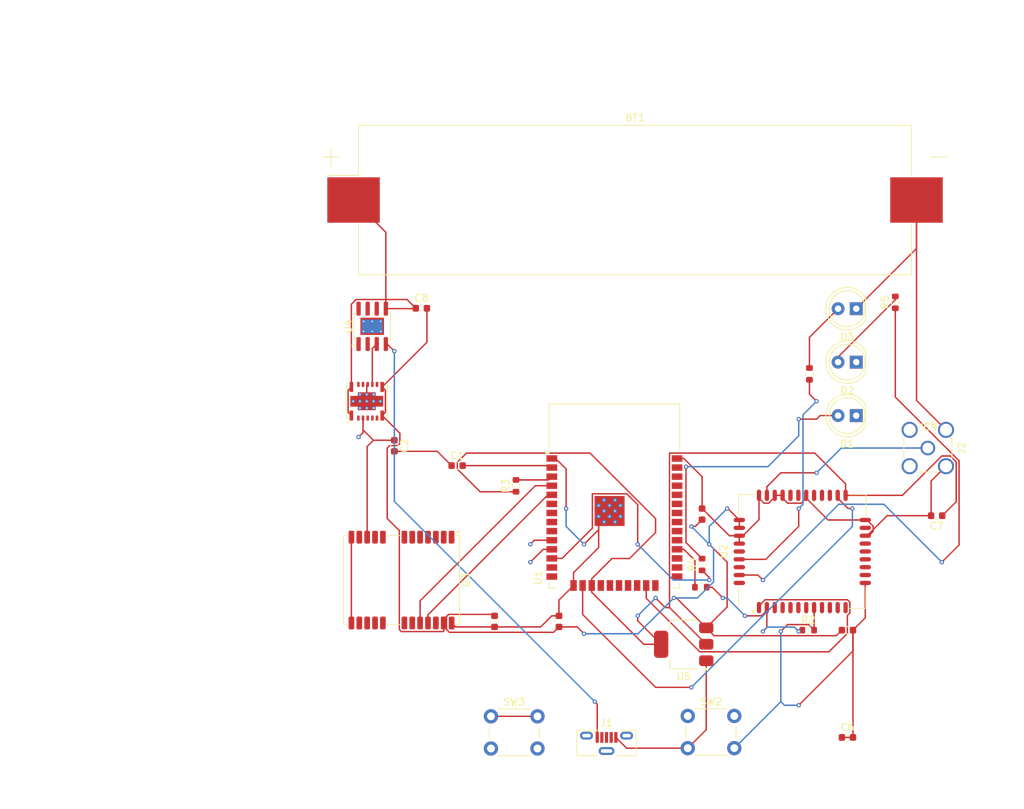
<source format=kicad_pcb>
(kicad_pcb (version 20241229) (generator "pcbnew") (generator_version "9.0")
  (layers (0 "F.Cu" signal) (4 "In1.Cu" signal) (6 "In2.Cu" signal) (2 "B.Cu" signal) (13 "F.Paste" user) (15 "B.Paste" user) (5 "F.SilkS" user "F.Silkscreen") (7 "B.SilkS" user "B.Silkscreen") (1 "F.Mask" user) (3 "B.Mask" user) (25 "Edge.Cuts" user))
  (net 0 "")
  (net 1 "Net-(BT1-+)")
  (net 2 "GND")
  (net 3 "/3.3V")
  (net 4 "Net-(C1-Pad1)")
  (net 5 "/4V")
  (net 6 "Net-(D1-A)")
  (net 7 "Net-(D2-A)")
  (net 8 "Net-(D3-A)")
  (net 12 "Net-(J1-VBUS)")
  (net 16 "Net-(J2-In)")
  (net 17 "Net-(U1-IO17)")
  (net 18 "Net-(U2-UART1_RXD)")
  (net 19 "Net-(U1-EN)")
  (net 20 "Net-(U1-IO27)")
  (net 21 "Net-(U2-NETLIGHT)")
  (net 22 "Net-(U2-~{PWRKEY})")
  (net 23 "Net-(U1-IO25)")
  (net 24 "Net-(U1-IO26)")
  (net 38 "Net-(U1-IO15)")
  (net 42 "Net-(U1-SENSOR_VN)")
  (net 47 "Net-(U1-IO13)")
  (net 51 "Net-(U1-SENSOR_VP)")
  (net 52 "Net-(U1-VDD)")
  (footprint "LED_THT:LED_D5.0mm" (layer "F.Cu") (at 150.54 74.53 180)
    (property "Reference" "D2")
    (property "Value" "LED")
  )
  (footprint "Button_Switch_THT:SW_PUSH_6mm" (layer "F.Cu") (at 127 124)
    (property "Reference" "SW2")
    (property "Value" "SW_Push")
  )
  (footprint "Battery:BatteryHolder_Keystone_1042_1x18650" (layer "F.Cu") (at 119.63 51.865)
    (property "Reference" "BT1")
    (property "Value" "Battery_Cell")
  )
  (footprint "RF_Module:ESP32-WROOM-32" (layer "F.Cu") (at 116.75 96.25)
    (property "Reference" "U1")
    (property "Value" "ESP32-WROOM-32")
  )
  (footprint "RF_GSM:SIMCom_SIM800C" (layer "F.Cu") (at 143 101 90)
    (property "Reference" "U2")
    (property "Value" "SIM800C")
  )
  (footprint "RF_GPS:ublox_NEO" (layer "F.Cu") (at 87 105 -90)
    (property "Reference" "U3")
    (property "Value" "NEO-M8N")
  )
  (footprint "Resistor_SMD:R_0603_1608Metric" (layer "F.Cu") (at 144 76.175 90)
    (property "Reference" "R6" (hide yes))
    (property "Value" "1K")
  )
  (footprint "Resistor_SMD:R_0603_1608Metric" (layer "F.Cu") (at 103 91.825 90)
    (property "Reference" "R3")
    (property "Value" "10K" (hide yes))
  )
  (footprint "Capacitor_SMD:C_0603_1608Metric" (layer "F.Cu") (at 149.305 127)
    (property "Reference" "C6")
    (property "Value" "0.1uF" (hide yes))
  )
  (footprint "Package_DFN_QFN:Texas_B3QFN-14-1EP_5x5.5mm_P0.65mm_ThermalVia" (layer "F.Cu") (at 82.145 80 90)
    (property "Reference" "U7" (hide yes))
    (property "Value" "TPSM53602RDA")
  )
  (footprint "Resistor_SMD:R_0603_1608Metric" (layer "F.Cu") (at 129 102.825 90)
    (property "Reference" "R4")
    (property "Value" "330" (hide yes))
  )
  (footprint "Capacitor_SMD:C_0603_1608Metric" (layer "F.Cu") (at 86 86.225 -90)
    (property "Reference" "C2")
    (property "Value" "10uF")
  )
  (footprint "Capacitor_SMD:C_0603_1608Metric" (layer "F.Cu") (at 161.775 96 180)
    (property "Reference" "C7")
    (property "Value" "0.1uF")
  )
  (footprint "Button_Switch_THT:SW_PUSH_6mm" (layer "F.Cu") (at 99.5 124.05)
    (property "Reference" "SW3")
    (property "Value" "SW_Push")
  )
  (footprint "Capacitor_SMD:C_0603_1608Metric" (layer "F.Cu") (at 89.775 67)
    (property "Reference" "C8")
    (property "Value" "10uF")
  )
  (footprint "Resistor_SMD:R_0603_1608Metric" (layer "F.Cu") (at 143.825 112)
    (property "Reference" "R2")
    (property "Value" "2K" (hide yes))
  )
  (footprint "Capacitor_SMD:C_0603_1608Metric" (layer "F.Cu") (at 149.305 112)
    (property "Reference" "C4")
    (property "Value" "100uF")
  )
  (footprint "LED_THT:LED_D5.0mm" (layer "F.Cu") (at 150.54 67.06 180)
    (property "Reference" "D3")
    (property "Value" "LED")
  )
  (footprint "Connector_USB:USB_Micro-B_Molex-105133-0001" (layer "F.Cu") (at 115.65 127.825)
    (property "Reference" "J1")
    (property "Value" "USB_B_Micro")
  )
  (footprint "Resistor_SMD:R_0603_1608Metric" (layer "F.Cu") (at 128.825 106)
    (property "Reference" "R1" (hide yes))
    (property "Value" "1K" (hide yes))
  )
  (footprint "LED_THT:LED_D5.0mm" (layer "F.Cu") (at 150.54 82 180)
    (property "Reference" "D1")
    (property "Value" "LED")
  )
  (footprint "Capacitor_SMD:C_0603_1608Metric" (layer "F.Cu") (at 109 110.775 90)
    (property "Reference" "C3" (hide yes))
    (property "Value" "0.1uF")
  )
  (footprint "Capacitor_SMD:C_0603_1608Metric" (layer "F.Cu") (at 94.775 89)
    (property "Reference" "C1")
    (property "Value" "0.2uF")
  )
  (footprint "Package_SO:SOIC-8-1EP_3.9x4.9mm_P1.27mm_EP2.41x3.3mm_ThermalVias" (layer "F.Cu") (at 82.905 69.525 90)
    (property "Reference" "U4")
    (property "Value" "TP4056-42-ESOP8")
  )
  (footprint "Capacitor_SMD:C_0603_1608Metric" (layer "F.Cu") (at 100 110.775 -90)
    (property "Reference" "C5" (hide yes))
    (property "Value" "0.1uF" (hide yes))
  )
  (footprint "Capacitor_SMD:C_0603_1608Metric" (layer "F.Cu") (at 129 95.775 90)
    (property "Reference" "C9" (hide yes))
    (property "Value" "22uF")
  )
  (footprint "Connector_Coaxial:SMA_Amphenol_132134-11_Vertical" (layer "F.Cu") (at 160.54 86.54 -90)
    (property "Reference" "J2")
    (property "Value" "Conn_Coaxial")
  )
  (footprint "Package_TO_SOT_SMD:SOT-223-3_TabPin2" (layer "F.Cu") (at 126.43 113.975 180)
    (property "Reference" "U5")
    (property "Value" "AMS1117-3.3")
  )
  (footprint "Resistor_SMD:R_0603_1608Metric" (layer "F.Cu") (at 156 66.175 90)
    (property "Reference" "R5")
    (property "Value" "1K")
  )
  (segment (start 84.81 67.05) (end 88.95 67.05) (width 0.2) (layer "F.Cu") (net 1))
  (segment (start 80.659032 65.774) (end 80 66.433032) (width 0.2) (layer "F.Cu") (net 1))
  (segment (start 80 78) (end 79.539 78.461) (width 0.2) (layer "F.Cu") (net 1))
  (segment (start 88.95 67.05) (end 89 67) (width 0.2) (layer "F.Cu") (net 1))
  (segment (start 87.774 65.774) (end 80.659032 65.774) (width 0.2) (layer "F.Cu") (net 1))
  (segment (start 79.539 81.539) (end 80 82) (width 0.2) (layer "F.Cu") (net 1))
  (segment (start 84.81 56.375) (end 84.81 67.05) (width 0.2) (layer "F.Cu") (net 1))
  (segment (start 89 67) (end 87.774 65.774) (width 0.2) (layer "F.Cu") (net 1))
  (segment (start 80 66.433032) (end 80 78) (width 0.2) (layer "F.Cu") (net 1))
  (segment (start 80.3 51.865) (end 84.81 56.375) (width 0.2) (layer "F.Cu") (net 1))
  (segment (start 79.539 78.461) (end 79.539 81.539) (width 0.2) (layer "F.Cu") (net 1))
  (segment (start 109 110) (end 109 107.8) (width 0.2) (layer "F.Cu") (net 2))
  (segment (start 146.6 96.6) (end 143.55 93.55) (width 0.2) (layer "F.Cu") (net 2))
  (segment (start 151.8 96.6) (end 146.6 96.6) (width 0.2) (layer "F.Cu") (net 2))
  (segment (start 143.55 93.55) (end 142.849 94.251) (width 0.2) (layer "F.Cu") (net 2))
  (segment (start 154.849942 96) (end 161 96) (width 0.2) (layer "F.Cu") (net 2))
  (segment (start 143.55 93.15) (end 143.55 93.55) (width 0.2) (layer "F.Cu") (net 2))
  (segment (start 158.96 51.865) (end 158.96 58.64) (width 0.2) (layer "F.Cu") (net 2))
  (segment (start 144.65 112) (end 143.874 111.224) (width 0.2) (layer "F.Cu") (net 2))
  (segment (start 83.075 85.45) (end 81.625 84) (width 0.2) (layer "F.Cu") (net 2))
  (segment (start 80 111) (end 80 99) (width 0.2) (layer "F.Cu") (net 2))
  (segment (start 82.925 72.615) (end 83.54 72) (width 0.2) (layer "F.Cu") (net 2))
  (segment (start 81 85) (end 81.625 84.375) (width 0.2) (layer "F.Cu") (net 2))
  (segment (start 152.049942 98.8) (end 154.849942 96) (width 0.2) (layer "F.Cu") (net 2))
  (segment (start 129 90.55) (end 126.45 88) (width 0.2) (layer "F.Cu") (net 2))
  (segment (start 143.874 111.224) (end 140.952 111.224) (width 0.2) (layer "F.Cu") (net 2))
  (segment (start 152.901 98.199) (end 152.3 98.8) (width 0.2) (layer "F.Cu") (net 2))
  (segment (start 140.951 94.251) (end 140.25 93.55) (width 0.2) (layer "F.Cu") (net 2))
  (segment (start 132.8 98.8) (end 129 95) (width 0.2) (layer "F.Cu") (net 2))
  (segment (start 142.849 94.251) (end 140.951 94.251) (width 0.2) (layer "F.Cu") (net 2))
  (segment (start 150.08 112) (end 150.08 114.92) (width 0.2) (layer "F.Cu") (net 2))
  (segment (start 136.95 96.55) (end 136.95 93.15) (width 0.2) (layer "F.Cu") (net 2))
  (segment (start 129 95) (end 129 90.55) (width 0.2) (layer "F.Cu") (net 2))
  (segment (start 109 110) (end 108 110) (width 0.2) (layer "F.Cu") (net 2))
  (segment (start 134.7 98.8) (end 136.95 96.55) (width 0.2) (layer "F.Cu") (net 2))
  (segment (start 139.15 93.399942) (end 138.298942 94.251) (width 0.2) (layer "F.Cu") (net 2))
  (segment (start 151.8 105.4) (end 151.8 110.28) (width 0.2) (layer "F.Cu") (net 2))
  (segment (start 106.45 111.55) (end 100 111.55) (width 0.2) (layer "F.Cu") (net 2))
  (segment (start 108 110) (end 106.45 111.55) (width 0.2) (layer "F.Cu") (net 2))
  (segment (start 150.08 114.92) (end 142.5 122.5) (width 0.2) (layer "F.Cu") (net 2))
  (segment (start 151.8 96.6) (end 152.049942 96.6) (width 0.2) (layer "F.Cu") (net 2))
  (segment (start 116.95 127) (end 118.45 128.5) (width 0.2) (layer "F.Cu") (net 2))
  (segment (start 148.53 127) (end 150.08 127) (width 0.2) (layer "F.Cu") (net 2))
  (segment (start 82.925 77.65) (end 82.925 72.615) (width 0.2) (layer "F.Cu") (net 2))
  (segment (start 114.545 97.955) (end 112.5 100) (width 0.2) (layer "F.Cu") (net 2))
  (segment (start 137.651 94.251) (end 136.95 93.55) (width 0.2) (layer "F.Cu") (net 2))
  (segment (start 152.901 97.451058) (end 152.901 98.199) (width 0.2) (layer "F.Cu") (net 2))
  (segment (start 151.8 98.8) (end 152.049942 98.8) (width 0.2) (layer "F.Cu") (net 2))
  (segment (start 161 96) (end 161 91.16) (width 0.2) (layer "F.Cu") (net 2))
  (segment (start 138.298942 94.251) (end 137.651 94.251) (width 0.2) (layer "F.Cu") (net 2))
  (segment (start 140.952 111.224) (end 140 112.176) (width 0.2) (layer "F.Cu") (net 2))
  (segment (start 86 85.45) (end 83.075 85.45) (width 0.2) (layer "F.Cu") (net 2))
  (segment (start 134.2 99.9) (end 134.2 98.8) (width 0.2) (layer "F.Cu") (net 2))
  (segment (start 151.8 110.28) (end 150.08 112) (width 0.2) (layer "F.Cu") (net 2))
  (segment (start 152.3 98.8) (end 151.8 98.8) (width 0.2) (layer "F.Cu") (net 2))
  (segment (start 161 91.16) (end 163.08 89.08) (width 0.2) (layer "F.Cu") (net 2))
  (segment (start 81.625 84) (end 81.625 82.35) (width 0.2) (layer "F.Cu") (net 2))
  (segment (start 158.96 79.88) (end 163.08 84) (width 0.2) (layer "F.Cu") (net 2))
  (segment (start 118.45 128.5) (end 127 128.5) (width 0.2) (layer "F.Cu") (net 2))
  (segment (start 100 111.55) (end 94.55 111.55) (width 0.2) (layer "F.Cu") (net 2))
  (segment (start 152.049942 96.6) (end 152.901 97.451058) (width 0.2) (layer "F.Cu") (net 2))
  (segment (start 111.04 105.76) (end 111.04 103.96) (width 0.2) (layer "F.Cu") (net 2))
  (segment (start 82.145 77.78) (end 82.275 77.65) (width 0.2) (layer "F.Cu") (net 2))
  (segment (start 129.58 125.92) (end 127 128.5) (width 0.2) (layer "F.Cu") (net 2))
  (segment (start 140.25 93.15) (end 139.15 93.15) (width 0.2) (layer "F.Cu") (net 2))
  (segment (start 134.2 98.8) (end 134.7 98.8) (width 0.2) (layer "F.Cu") (net 2))
  (segment (start 126.45 88) (end 125.5 88) (width 0.2) (layer "F.Cu") (net 2))
  (segment (start 94.55 111.55) (end 94 111) (width 0.2) (layer "F.Cu") (net 2))
  (segment (start 110 95) (end 110 89.468) (width 0.2) (layer "F.Cu") (net 2))
  (segment (start 82.2 99) (end 82.2 86.325) (width 0.2) (layer "F.Cu") (net 2))
  (segment (start 158.96 51.865) (end 158.96 79.88) (width 0.2) (layer "F.Cu") (net 2))
  (segment (start 82.2 86.325) (end 83.075 85.45) (width 0.2) (layer "F.Cu") (net 2))
  (segment (start 150.08 127) (end 150.08 112) (width 0.2) (layer "F.Cu") (net 2))
  (segment (start 136.95 93.55) (end 136.95 93.15) (width 0.2) (layer "F.Cu") (net 2))
  (segment (start 144.65 112) (end 144.65 108.85) (width 0.2) (layer "F.Cu") (net 2))
  (segment (start 134.2 98.8) (end 132.8 98.8) (width 0.2) (layer "F.Cu") (net 2))
  (segment (start 158.96 58.64) (end 150.54 67.06) (width 0.2) (layer "F.Cu") (net 2))
  (segment (start 114.545 100.455) (end 114.545 96.865) (width 0.2) (layer "F.Cu") (net 2))
  (segment (start 129.58 116.275) (end 129.58 125.92) (width 0.2) (layer "F.Cu") (net 2))
  (segment (start 114.545 93.815) (end 114.545 97.955) (width 0.2) (layer "F.Cu") (net 2))
  (segment (start 139.15 93.15) (end 139.15 93.399942) (width 0.2) (layer "F.Cu") (net 2))
  (segment (start 81.625 84.375) (end 81.625 84) (width 0.2) (layer "F.Cu") (net 2))
  (segment (start 140.25 93.55) (end 140.25 93.15) (width 0.2) (layer "F.Cu") (net 2))
  (segment (start 82.145 79.05) (end 82.145 77.78) (width 0.2) (layer "F.Cu") (net 2))
  (segment (start 110 89.468) (end 108.182 87.65) (width 0.2) (layer "F.Cu") (net 2))
  (segment (start 111.04 103.96) (end 114.545 100.455) (width 0.2) (layer "F.Cu") (net 2))
  (segment (start 109 107.8) (end 111.04 105.76) (width 0.2) (layer "F.Cu") (net 2))
  (via (at 110 95) (size 0.6) (drill 0.3) (layers "F.Cu" "B.Cu") (net 2))
  (via (at 81 85) (size 0.6) (drill 0.3) (layers "F.Cu" "B.Cu") (net 2))
  (via (at 112.5 100) (size 0.6) (drill 0.3) (layers "F.Cu" "B.Cu") (net 2))
  (via (at 140 112.176) (size 0.6) (drill 0.3) (layers "F.Cu" "B.Cu") (net 2))
  (via (at 142.5 122.5) (size 0.6) (drill 0.3) (layers "F.Cu" "B.Cu") (net 2))
  (segment (start 140 122) (end 133.5 128.5) (width 0.2) (layer "B.Cu") (net 2))
  (segment (start 140 112.176) (end 140 122) (width 0.2) (layer "B.Cu") (net 2))
  (segment (start 142.5 122.5) (end 140.5 122.5) (width 0.2) (layer "B.Cu") (net 2))
  (segment (start 112.5 100) (end 110 97.5) (width 0.2) (layer "B.Cu") (net 2))
  (segment (start 110 97.5) (end 110 95) (width 0.2) (layer "B.Cu") (net 2))
  (segment (start 140.5 122.5) (end 140 122) (width 0.2) (layer "B.Cu") (net 2))
  (segment (start 94.799 88.52589) (end 94.799 89.47411) (width 0.2) (layer "F.Cu") (net 3))
  (segment (start 113.3481 87.249) (end 96.07589 87.249) (width 0.2) (layer "F.Cu") (net 3))
  (segment (start 122.5 96.4009) (end 113.3481 87.249) (width 0.2) (layer "F.Cu") (net 3))
  (segment (start 96.07589 87.249) (end 94.799 88.52589) (width 0.2) (layer "F.Cu") (net 3))
  (segment (start 120.845 113.975) (end 113.58 106.71) (width 0.2) (layer "F.Cu") (net 3))
  (segment (start 94.799 89.47411) (end 97.97489 92.65) (width 0.2) (layer "F.Cu") (net 3))
  (segment (start 122.5 107.5) (end 123.844 108.844) (width 0.2) (layer "F.Cu") (net 3))
  (segment (start 118.862843 101.9871) (end 122.5 98.349943) (width 0.2) (layer "F.Cu") (net 3))
  (segment (start 124.449 87.249) (end 144.749 87.249) (width 0.2) (layer "F.Cu") (net 3))
  (segment (start 113.58 106.71) (end 113.58 105.76) (width 0.2) (layer "F.Cu") (net 3))
  (segment (start 123.844 108.844) (end 124.449 108.844) (width 0.2) (layer "F.Cu") (net 3))
  (segment (start 156.993331 93.15) (end 162.489331 87.654) (width 0.2) (layer "F.Cu") (net 3))
  (segment (start 123.28 113.975) (end 120 110.695) (width 0.2) (layer "F.Cu") (net 3))
  (segment (start 149.05 93.15) (end 156.993331 93.15) (width 0.2) (layer "F.Cu") (net 3))
  (segment (start 163.670669 87.654) (end 164.506 88.489331) (width 0.2) (layer "F.Cu") (net 3))
  (segment (start 120 110.695) (end 120 110) (width 0.2) (layer "F.Cu") (net 3))
  (segment (start 113.58 104.81) (end 116.4029 101.9871) (width 0.2) (layer "F.Cu") (net 3))
  (segment (start 149.05 91.55) (end 149.05 93.15) (width 0.2) (layer "F.Cu") (net 3))
  (segment (start 164.506 88.489331) (end 164.506 94.044) (width 0.2) (layer "F.Cu") (net 3))
  (segment (start 97.97489 92.65) (end 103 92.65) (width 0.2) (layer "F.Cu") (net 3))
  (segment (start 144.749 87.249) (end 149.05 91.55) (width 0.2) (layer "F.Cu") (net 3))
  (segment (start 113.58 105.76) (end 113.58 104.81) (width 0.2) (layer "F.Cu") (net 3))
  (segment (start 123.28 113.975) (end 120.845 113.975) (width 0.2) (layer "F.Cu") (net 3))
  (segment (start 164.506 94.044) (end 162.55 96) (width 0.2) (layer "F.Cu") (net 3))
  (segment (start 122.5 98.349943) (end 122.5 96.4009) (width 0.2) (layer "F.Cu") (net 3))
  (segment (start 129.58 113.975) (end 124.449 108.844) (width 0.2) (layer "F.Cu") (net 3))
  (segment (start 162.489331 87.654) (end 163.670669 87.654) (width 0.2) (layer "F.Cu") (net 3))
  (segment (start 124.449 108.844) (end 124.449 87.249) (width 0.2) (layer "F.Cu") (net 3))
  (segment (start 116.4029 101.9871) (end 118.862843 101.9871) (width 0.2) (layer "F.Cu") (net 3))
  (via (at 122.5 107.5) (size 0.6) (drill 0.3) (layers "F.Cu" "B.Cu") (net 3))
  (via (at 120 110) (size 0.6) (drill 0.3) (layers "F.Cu" "B.Cu") (net 3))
  (segment (start 120 110) (end 122.5 107.5) (width 0.2) (layer "B.Cu") (net 3))
  (segment (start 86 87) (end 92 87) (width 0.2) (layer "F.Cu") (net 4))
  (segment (start 92 87) (end 94 89) (width 0.2) (layer "F.Cu") (net 4))
  (segment (start 132.6 95) (end 134.2 96.6) (width 0.2) (layer "F.Cu") (net 5))
  (segment (start 108.249 112.301) (end 109 111.55) (width 0.2) (layer "F.Cu") (net 5))
  (segment (start 111.55 111.55) (end 112.5 112.5) (width 0.2) (layer "F.Cu") (net 5))
  (segment (start 100 110) (end 99.799 109.799) (width 0.2) (layer "F.Cu") (net 5))
  (segment (start 134.2 96.6) (end 134.2 97.7) (width 0.2) (layer "F.Cu") (net 5))
  (segment (start 86.986936 112.201) (end 92.799 112.201) (width 0.2) (layer "F.Cu") (net 5))
  (segment (start 84.3 82) (end 86.776 84.476) (width 0.2) (layer "F.Cu") (net 5))
  (segment (start 93.686936 112.301) (end 108.249 112.301) (width 0.2) (layer "F.Cu") (net 5))
  (segment (start 86.47411 86.201) (end 85.35 86.201) (width 0.2) (layer "F.Cu") (net 5))
  (segment (start 85 86.551) (end 85 96.387936) (width 0.2) (layer "F.Cu") (net 5))
  (segment (start 84.3 78) (end 84.751 78.451) (width 0.2) (layer "F.Cu") (net 5))
  (segment (start 84.751 78.451) (end 84.751 81.549) (width 0.2) (layer "F.Cu") (net 5))
  (segment (start 86.776 85.89911) (end 86.47411 86.201) (width 0.2) (layer "F.Cu") (net 5))
  (segment (start 99.799 109.799) (end 93.586936 109.799) (width 0.2) (layer "F.Cu") (net 5))
  (segment (start 90.55 67) (end 90.55 71.75) (width 0.2) (layer "F.Cu") (net 5))
  (segment (start 93.299 110.086936) (end 93.299 111.913064) (width 0.2) (layer "F.Cu") (net 5))
  (segment (start 92.799 112.201) (end 92.9 112.1) (width 0.2) (layer "F.Cu") (net 5))
  (segment (start 132.5 95) (end 132.6 95) (width 0.2) (layer "F.Cu") (net 5))
  (segment (start 86.699 111.913064) (end 86.986936 112.201) (width 0.2) (layer "F.Cu") (net 5))
  (segment (start 92.9 111) (end 92.9 110.485936) (width 0.2) (layer "F.Cu") (net 5))
  (segment (start 92.9 112.1) (end 92.9 111) (width 0.2) (layer "F.Cu") (net 5))
  (segment (start 84.751 81.549) (end 84.3 82) (width 0.2) (layer "F.Cu") (net 5))
  (segment (start 129.58 111.675) (end 125.405 107.5) (width 0.2) (layer "F.Cu") (net 5))
  (segment (start 90.55 71.75) (end 84.3 78) (width 0.2) (layer "F.Cu") (net 5))
  (segment (start 93.586936 109.799) (end 93.299 110.086936) (width 0.2) (layer "F.Cu") (net 5))
  (segment (start 129.58 111.675) (end 132.5 108.755) (width 0.2) (layer "F.Cu") (net 5))
  (segment (start 92.9 110.485936) (end 93.586936 109.799) (width 0.2) (layer "F.Cu") (net 5))
  (segment (start 132.5 102.5) (end 130 100) (width 0.2) (layer "F.Cu") (net 5))
  (segment (start 85 96.387936) (end 86.699 98.086936) (width 0.2) (layer "F.Cu") (net 5))
  (segment (start 147.754 112.776) (end 148.53 112) (width 0.2) (layer "F.Cu") (net 5))
  (segment (start 127.5 97.5) (end 128.05 97.5) (width 0.2) (layer "F.Cu") (net 5))
  (segment (start 93.299 111.913064) (end 93.686936 112.301) (width 0.2) (layer "F.Cu") (net 5))
  (segment (start 125.405 107.5) (end 125.049 107.5) (width 0.2) (layer "F.Cu") (net 5))
  (segment (start 129.58 111.675) (end 130.681 112.776) (width 0.2) (layer "F.Cu") (net 5))
  (segment (start 86.699 98.086936) (end 86.699 111.913064) (width 0.2) (layer "F.Cu") (net 5))
  (segment (start 130.681 112.776) (end 147.754 112.776) (width 0.2) (layer "F.Cu") (net 5))
  (segment (start 85.35 86.201) (end 85 86.551) (width 0.2) (layer "F.Cu") (net 5))
  (segment (start 128.05 97.5) (end 129 96.55) (width 0.2) (layer "F.Cu") (net 5))
  (segment (start 86.776 84.476) (end 86.776 85.89911) (width 0.2) (layer "F.Cu") (net 5))
  (segment (start 109 111.55) (end 111.55 111.55) (width 0.2) (layer "F.Cu") (net 5))
  (segment (start 132.5 108.755) (end 132.5 102.5) (width 0.2) (layer "F.Cu") (net 5))
  (via (at 125.049 107.5) (size 0.6) (drill 0.3) (layers "F.Cu" "B.Cu") (net 5))
  (via (at 130 100) (size 0.6) (drill 0.3) (layers "F.Cu" "B.Cu") (net 5))
  (via (at 132.5 95) (size 0.6) (drill 0.3) (layers "F.Cu" "B.Cu") (net 5))
  (via (at 112.5 112.5) (size 0.6) (drill 0.3) (layers "F.Cu" "B.Cu") (net 5))
  (via (at 127.5 97.5) (size 0.6) (drill 0.3) (layers "F.Cu" "B.Cu") (net 5))
  (segment (start 130 100) (end 130 97.5) (width 0.2) (layer "B.Cu") (net 5))
  (segment (start 130.601 100.601) (end 127.5 97.5) (width 0.2) (layer "B.Cu") (net 5))
  (segment (start 112.5 112.5) (end 120.049 112.5) (width 0.2) (layer "B.Cu") (net 5))
  (segment (start 125.049 107.5) (end 128.349943 107.5) (width 0.2) (layer "B.Cu") (net 5))
  (segment (start 130.601 105.248943) (end 130.601 100.601) (width 0.2) (layer "B.Cu") (net 5))
  (segment (start 120.049 112.5) (end 125.049 107.5) (width 0.2) (layer "B.Cu") (net 5))
  (segment (start 128.349943 107.5) (end 130.601 105.248943) (width 0.2) (layer "B.Cu") (net 5))
  (segment (start 130 97.5) (end 132.5 95) (width 0.2) (layer "B.Cu") (net 5))
  (segment (start 126.75 99.75) (end 126.75 89.148529) (width 0.2) (layer "F.Cu") (net 6))
  (segment (start 129 102) (end 126.75 99.75) (width 0.2) (layer "F.Cu") (net 6))
  (segment (start 142.5 82.5) (end 145 82.5) (width 0.2) (layer "F.Cu") (net 6))
  (segment (start 145.5 82) (end 148 82) (width 0.2) (layer "F.Cu") (net 6))
  (segment (start 145 82.5) (end 145.5 82) (width 0.2) (layer "F.Cu") (net 6))
  (via (at 142.5 82.5) (size 0.6) (drill 0.3) (layers "F.Cu" "B.Cu") (net 6))
  (via (at 126.75 89.148529) (size 0.6) (drill 0.3) (layers "F.Cu" "B.Cu") (net 6))
  (segment (start 126.75 89.148529) (end 138.194307 89.148529) (width 0.2) (layer "B.Cu") (net 6))
  (segment (start 142.5 84.842836) (end 142.5 82.5) (width 0.2) (layer "B.Cu") (net 6))
  (segment (start 138.194307 89.148529) (end 142.5 84.842836) (width 0.2) (layer "B.Cu") (net 6))
  (segment (start 148 74.53) (end 148 73.810936) (width 0.2) (layer "F.Cu") (net 7))
  (segment (start 156 65.810936) (end 156 65.35) (width 0.2) (layer "F.Cu") (net 7))
  (segment (start 148 73.810936) (end 156 65.810936) (width 0.2) (layer "F.Cu") (net 7))
  (segment (start 144 75.35) (end 144 71.06) (width 0.2) (layer "F.Cu") (net 8))
  (segment (start 144 71.06) (end 148 67.06) (width 0.2) (layer "F.Cu") (net 8))
  (segment (start 114 122) (end 114.35 122.35) (width 0.2) (layer "F.Cu") (net 12))
  (segment (start 85 72) (end 86 73) (width 0.2) (layer "F.Cu") (net 12))
  (segment (start 84.81 72) (end 85 72) (width 0.2) (layer "F.Cu") (net 12))
  (segment (start 114.35 122.35) (end 114.35 127) (width 0.2) (layer "F.Cu") (net 12))
  (via (at 114 122) (size 0.6) (drill 0.3) (layers "F.Cu" "B.Cu") (net 12))
  (via (at 86 73) (size 0.6) (drill 0.3) (layers "F.Cu" "B.Cu") (net 12))
  (segment (start 86 94) (end 114 122) (width 0.2) (layer "B.Cu") (net 12))
  (segment (start 86 73) (end 86 94) (width 0.2) (layer "B.Cu") (net 12))
  (segment (start 138.05 93.15) (end 138.05 91.95) (width 0.2) (layer "F.Cu") (net 16))
  (segment (start 138.05 91.95) (end 140 90) (width 0.2) (layer "F.Cu") (net 16))
  (segment (start 140 90) (end 145 90) (width 0.2) (layer "F.Cu") (net 16))
  (via (at 145 90) (size 0.6) (drill 0.3) (layers "F.Cu" "B.Cu") (net 16))
  (segment (start 148.46 86.54) (end 160.54 86.54) (width 0.2) (layer "B.Cu") (net 16))
  (segment (start 145 90) (end 148.46 86.54) (width 0.2) (layer "B.Cu") (net 16))
  (segment (start 126.45 100.7) (end 128 102.25) (width 0.2) (layer "F.Cu") (net 17))
  (segment (start 128 102.25) (end 128 106) (width 0.2) (layer "F.Cu") (net 17))
  (segment (start 125.5 100.7) (end 126.45 100.7) (width 0.2) (layer "F.Cu") (net 17))
  (segment (start 138.05 109.25) (end 138.05 108.85) (width 0.2) (layer "F.Cu") (net 18))
  (segment (start 142.5 112.176) (end 142.824 112.176) (width 0.2) (layer "F.Cu") (net 18))
  (segment (start 138.05 108.85) (end 138.05 111.626) (width 0.2) (layer "F.Cu") (net 18))
  (segment (start 135 110) (end 137.3 110) (width 0.2) (layer "F.Cu") (net 18))
  (segment (start 130.4 106) (end 131.9 107.5) (width 0.2) (layer "F.Cu") (net 18))
  (segment (start 129.65 106) (end 130.4 106) (width 0.2) (layer "F.Cu") (net 18))
  (segment (start 142.824 112.176) (end 143 112) (width 0.2) (layer "F.Cu") (net 18))
  (segment (start 138.05 111.626) (end 137.5 112.176) (width 0.2) (layer "F.Cu") (net 18))
  (segment (start 137.3 110) (end 138.05 109.25) (width 0.2) (layer "F.Cu") (net 18))
  (via (at 142.5 112.176) (size 0.6) (drill 0.3) (layers "F.Cu" "B.Cu") (net 18))
  (via (at 137.5 112.176) (size 0.6) (drill 0.3) (layers "F.Cu" "B.Cu") (net 18))
  (via (at 131.9 107.5) (size 0.6) (drill 0.3) (layers "F.Cu" "B.Cu") (net 18))
  (via (at 135 110) (size 0.6) (drill 0.3) (layers "F.Cu" "B.Cu") (net 18))
  (segment (start 141.899 111.575) (end 142.5 112.176) (width 0.2) (layer "B.Cu") (net 18))
  (segment (start 137.5 112.176) (end 138.101 111.575) (width 0.2) (layer "B.Cu") (net 18))
  (segment (start 131.9 107.5) (end 132.5 107.5) (width 0.2) (layer "B.Cu") (net 18))
  (segment (start 138.101 111.575) (end 141.899 111.575) (width 0.2) (layer "B.Cu") (net 18))
  (segment (start 132.5 107.5) (end 135 110) (width 0.2) (layer "B.Cu") (net 18))
  (segment (start 103 91) (end 107.54 91) (width 0.2) (layer "F.Cu") (net 19))
  (segment (start 107.54 91) (end 108 90.54) (width 0.2) (layer "F.Cu") (net 19))
  (segment (start 109.44 101.97) (end 113.669 97.741) (width 0.2) (layer "F.Cu") (net 20))
  (segment (start 108 101.97) (end 109.44 101.97) (width 0.2) (layer "F.Cu") (net 20))
  (segment (start 118.471 92.939) (end 120 94.468) (width 0.2) (layer "F.Cu") (net 20))
  (segment (start 130 105) (end 130 104.65) (width 0.2) (layer "F.Cu") (net 20))
  (segment (start 113.669 92.939) (end 118.471 92.939) (width 0.2) (layer "F.Cu") (net 20))
  (segment (start 120 94.468) (end 120 100) (width 0.2) (layer "F.Cu") (net 20))
  (segment (start 113.669 97.741) (end 113.669 92.939) (width 0.2) (layer "F.Cu") (net 20))
  (segment (start 130 104.65) (end 129 103.65) (width 0.2) (layer "F.Cu") (net 20))
  (via (at 120 100) (size 0.6) (drill 0.3) (layers "F.Cu" "B.Cu") (net 20))
  (via (at 130 105) (size 0.6) (drill 0.3) (layers "F.Cu" "B.Cu") (net 20))
  (segment (start 125 105) (end 130 105) (width 0.2) (layer "B.Cu") (net 20))
  (segment (start 120 100) (end 125 105) (width 0.2) (layer "B.Cu") (net 20))
  (segment (start 156 67) (end 156 79.416231) (width 0.2) (layer "F.Cu") (net 21))
  (segment (start 156 79.416231) (end 164.907 88.323231) (width 0.2) (layer "F.Cu") (net 21))
  (segment (start 136.8 104.3) (end 134.2 104.3) (width 0.2) (layer "F.Cu") (net 21))
  (segment (start 137.5 105) (end 136.8 104.3) (width 0.2) (layer "F.Cu") (net 21))
  (segment (start 164.907 88.323231) (end 164.907 100.093) (width 0.2) (layer "F.Cu") (net 21))
  (segment (start 164.907 100.093) (end 162.5 102.5) (width 0.2) (layer "F.Cu") (net 21))
  (via (at 162.5 102.5) (size 0.6) (drill 0.3) (layers "F.Cu" "B.Cu") (net 21))
  (via (at 137.5 105) (size 0.6) (drill 0.3) (layers "F.Cu" "B.Cu") (net 21))
  (segment (start 162.5 102.5) (end 154.399 94.399) (width 0.2) (layer "B.Cu") (net 21))
  (segment (start 154.399 94.399) (end 148.101 94.399) (width 0.2) (layer "B.Cu") (net 21))
  (segment (start 148.101 94.399) (end 137.5 105) (width 0.2) (layer "B.Cu") (net 21))
  (segment (start 144 79) (end 144 77) (width 0.2) (layer "F.Cu") (net 22))
  (segment (start 137.9 102.1) (end 142.5 97.5) (width 0.2) (layer "F.Cu") (net 22))
  (segment (start 145 80) (end 144 79) (width 0.2) (layer "F.Cu") (net 22))
  (segment (start 134.2 102.1) (end 137.9 102.1) (width 0.2) (layer "F.Cu") (net 22))
  (segment (start 142.5 97.5) (end 142.5 95) (width 0.2) (layer "F.Cu") (net 22))
  (via (at 142.5 95) (size 0.6) (drill 0.3) (layers "F.Cu" "B.Cu") (net 22))
  (via (at 145 80) (size 0.6) (drill 0.3) (layers "F.Cu" "B.Cu") (net 22))
  (segment (start 143.101 81.899) (end 145 80) (width 0.2) (layer "B.Cu") (net 22))
  (segment (start 143.101 94.399) (end 143.101 81.899) (width 0.2) (layer "B.Cu") (net 22))
  (segment (start 142.5 95) (end 143.101 94.399) (width 0.2) (layer "B.Cu") (net 22))
  (segment (start 105 100) (end 105.57 99.43) (width 0.2) (layer "F.Cu") (net 23))
  (segment (start 105.57 99.43) (end 108 99.43) (width 0.2) (layer "F.Cu") (net 23))
  (via (at 105 100) (size 0.6) (drill 0.3) (layers "F.Cu" "B.Cu") (net 23))
  (segment (start 106 124.05) (end 99.5 124.05) (width 0.2) (layer "F.Cu") (net 24))
  (segment (start 105 102.5) (end 106.8 100.7) (width 0.2) (layer "F.Cu") (net 24))
  (segment (start 106.8 100.7) (end 108 100.7) (width 0.2) (layer "F.Cu") (net 24))
  (via (at 105 102.5) (size 0.6) (drill 0.3) (layers "F.Cu" "B.Cu") (net 24))
  (segment (start 149.298942 109.951) (end 149.651 109.598942) (width 0.2) (layer "F.Cu") (net 38))
  (segment (start 149.298942 107.749) (end 137.801058 107.749) (width 0.2) (layer "F.Cu") (net 38))
  (segment (start 149.651 109.598942) (end 149.651 108.101058) (width 0.2) (layer "F.Cu") (net 38))
  (segment (start 149.298942 112.456168) (end 149.298942 109.951) (width 0.2) (layer "F.Cu") (net 38))
  (segment (start 146.72911 115.026) (end 149.298942 112.456168) (width 0.2) (layer "F.Cu") (net 38))
  (segment (start 149.651 108.101058) (end 149.298942 107.749) (width 0.2) (layer "F.Cu") (net 38))
  (segment (start 121.2 107.551008) (end 128.674992 115.026) (width 0.2) (layer "F.Cu") (net 38))
  (segment (start 121.2 105.76) (end 121.2 107.551008) (width 0.2) (layer "F.Cu") (net 38))
  (segment (start 128.674992 115.026) (end 146.72911 115.026) (width 0.2) (layer "F.Cu") (net 38))
  (segment (start 137.801058 107.749) (end 136.95 108.600058) (width 0.2) (layer "F.Cu") (net 38))
  (segment (start 136.95 108.600058) (end 136.95 108.85) (width 0.2) (layer "F.Cu") (net 38))
  (segment (start 90.7 109.848) (end 107.468 93.08) (width 0.2) (layer "F.Cu") (net 42))
  (segment (start 107.468 93.08) (end 108 93.08) (width 0.2) (layer "F.Cu") (net 42))
  (segment (start 90.7 111) (end 90.7 109.848) (width 0.2) (layer "F.Cu") (net 42))
  (segment (start 147.95 93.55) (end 147.95 93.15) (width 0.2) (layer "F.Cu") (net 47))
  (segment (start 149.4 95) (end 147.95 93.55) (width 0.2) (layer "F.Cu") (net 47))
  (segment (start 150 95) (end 149.4 95) (width 0.2) (layer "F.Cu") (net 47))
  (segment (start 122.5 120) (end 127.5 120) (width 0.2) (layer "F.Cu") (net 47))
  (segment (start 112.31 109.81) (end 122.5 120) (width 0.2) (layer "F.Cu") (net 47))
  (segment (start 112.31 105.76) (end 112.31 109.81) (width 0.2) (layer "F.Cu") (net 47))
  (via (at 150 95) (size 0.6) (drill 0.3) (layers "F.Cu" "B.Cu") (net 47))
  (via (at 127.5 120) (size 0.6) (drill 0.3) (layers "F.Cu" "B.Cu") (net 47))
  (segment (start 150 97.5) (end 150 95) (width 0.2) (layer "B.Cu") (net 47))
  (segment (start 127.5 120) (end 150 97.5) (width 0.2) (layer "B.Cu") (net 47))
  (segment (start 89.6 107.9) (end 89.6 111) (width 0.2) (layer "F.Cu") (net 51))
  (segment (start 105.69 91.81) (end 89.6 107.9) (width 0.2) (layer "F.Cu") (net 51))
  (segment (start 108 91.81) (end 105.69 91.81) (width 0.2) (layer "F.Cu") (net 51))
  (segment (start 107.73 89) (end 108 89.27) (width 0.2) (layer "F.Cu") (net 52))
  (segment (start 95.55 89) (end 107.73 89) (width 0.2) (layer "F.Cu") (net 52))
)
</source>
